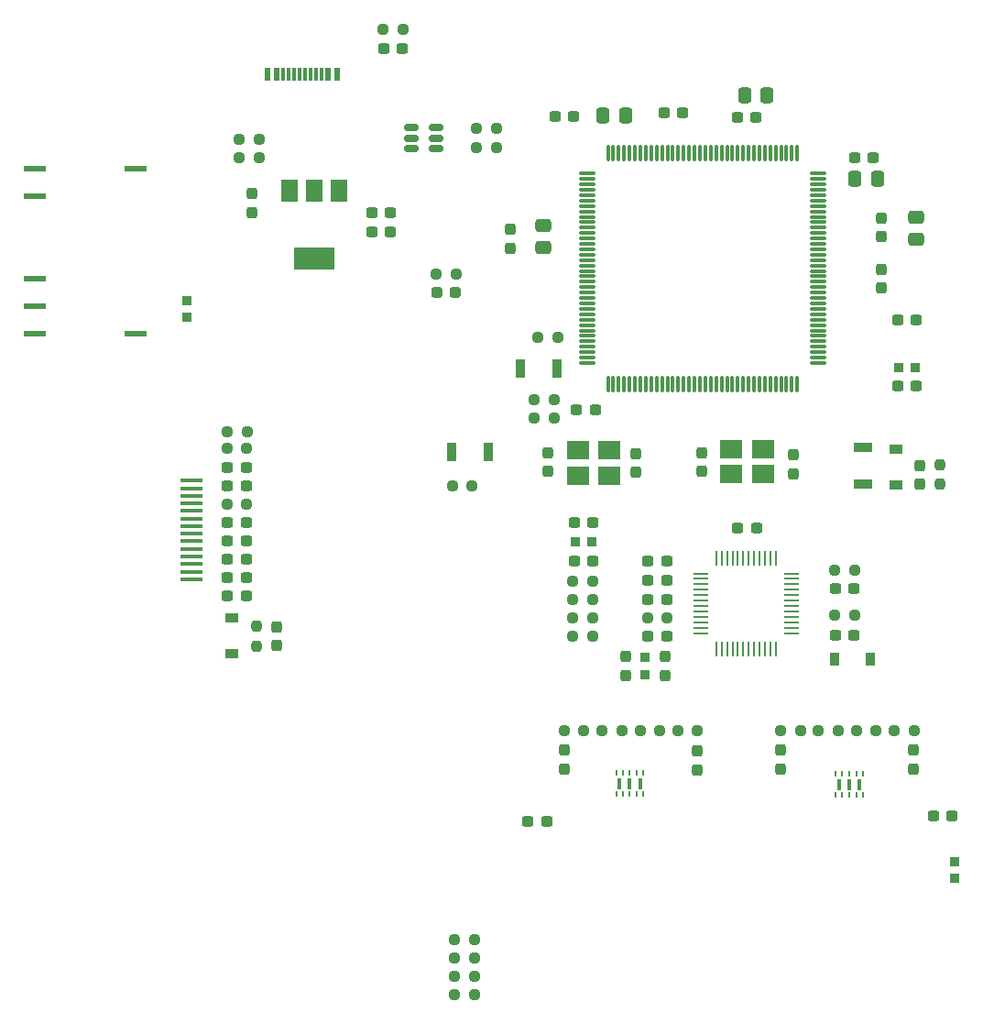
<source format=gbr>
%TF.GenerationSoftware,KiCad,Pcbnew,(6.0.11)*%
%TF.CreationDate,2023-05-21T23:05:42+09:00*%
%TF.ProjectId,STM32F4_Ethernet,53544d33-3246-4345-9f45-746865726e65,rev?*%
%TF.SameCoordinates,Original*%
%TF.FileFunction,Paste,Top*%
%TF.FilePolarity,Positive*%
%FSLAX46Y46*%
G04 Gerber Fmt 4.6, Leading zero omitted, Abs format (unit mm)*
G04 Created by KiCad (PCBNEW (6.0.11)) date 2023-05-21 23:05:42*
%MOMM*%
%LPD*%
G01*
G04 APERTURE LIST*
G04 Aperture macros list*
%AMRoundRect*
0 Rectangle with rounded corners*
0 $1 Rounding radius*
0 $2 $3 $4 $5 $6 $7 $8 $9 X,Y pos of 4 corners*
0 Add a 4 corners polygon primitive as box body*
4,1,4,$2,$3,$4,$5,$6,$7,$8,$9,$2,$3,0*
0 Add four circle primitives for the rounded corners*
1,1,$1+$1,$2,$3*
1,1,$1+$1,$4,$5*
1,1,$1+$1,$6,$7*
1,1,$1+$1,$8,$9*
0 Add four rect primitives between the rounded corners*
20,1,$1+$1,$2,$3,$4,$5,0*
20,1,$1+$1,$4,$5,$6,$7,0*
20,1,$1+$1,$6,$7,$8,$9,0*
20,1,$1+$1,$8,$9,$2,$3,0*%
G04 Aperture macros list end*
%ADD10RoundRect,0.237500X-0.250000X-0.237500X0.250000X-0.237500X0.250000X0.237500X-0.250000X0.237500X0*%
%ADD11RoundRect,0.250000X0.475000X-0.337500X0.475000X0.337500X-0.475000X0.337500X-0.475000X-0.337500X0*%
%ADD12RoundRect,0.237500X0.237500X-0.250000X0.237500X0.250000X-0.237500X0.250000X-0.237500X-0.250000X0*%
%ADD13RoundRect,0.237500X-0.237500X0.300000X-0.237500X-0.300000X0.237500X-0.300000X0.237500X0.300000X0*%
%ADD14RoundRect,0.237500X0.250000X0.237500X-0.250000X0.237500X-0.250000X-0.237500X0.250000X-0.237500X0*%
%ADD15RoundRect,0.150000X0.512500X0.150000X-0.512500X0.150000X-0.512500X-0.150000X0.512500X-0.150000X0*%
%ADD16RoundRect,0.237500X0.237500X-0.300000X0.237500X0.300000X-0.237500X0.300000X-0.237500X-0.300000X0*%
%ADD17RoundRect,0.237500X0.300000X0.237500X-0.300000X0.237500X-0.300000X-0.237500X0.300000X-0.237500X0*%
%ADD18R,1.200000X0.900000*%
%ADD19RoundRect,0.237500X-0.300000X-0.237500X0.300000X-0.237500X0.300000X0.237500X-0.300000X0.237500X0*%
%ADD20R,1.500000X2.000000*%
%ADD21R,3.800000X2.000000*%
%ADD22RoundRect,0.250000X-0.337500X-0.475000X0.337500X-0.475000X0.337500X0.475000X-0.337500X0.475000X0*%
%ADD23RoundRect,0.075000X0.075000X-0.662500X0.075000X0.662500X-0.075000X0.662500X-0.075000X-0.662500X0*%
%ADD24RoundRect,0.075000X0.662500X-0.075000X0.662500X0.075000X-0.662500X0.075000X-0.662500X-0.075000X0*%
%ADD25R,0.254000X1.422400*%
%ADD26R,1.422400X0.254000*%
%ADD27RoundRect,0.237500X-0.237500X0.250000X-0.237500X-0.250000X0.237500X-0.250000X0.237500X0.250000X0*%
%ADD28R,1.700000X0.900000*%
%ADD29R,0.970000X0.900000*%
%ADD30R,0.900000X1.700000*%
%ADD31R,0.900000X0.970000*%
%ADD32R,2.000000X0.350000*%
%ADD33R,2.159000X0.609600*%
%ADD34R,0.250000X0.580000*%
%ADD35R,0.400000X1.000000*%
%ADD36RoundRect,0.237500X0.287500X0.237500X-0.287500X0.237500X-0.287500X-0.237500X0.287500X-0.237500X0*%
%ADD37RoundRect,0.250000X0.337500X0.475000X-0.337500X0.475000X-0.337500X-0.475000X0.337500X-0.475000X0*%
%ADD38R,0.600000X1.160000*%
%ADD39R,0.300000X1.160000*%
%ADD40R,0.900000X1.200000*%
%ADD41RoundRect,0.250000X-0.475000X0.337500X-0.475000X-0.337500X0.475000X-0.337500X0.475000X0.337500X0*%
%ADD42R,2.100000X1.800000*%
G04 APERTURE END LIST*
D10*
%TO.C,R17*%
X127387500Y-127900000D03*
X129212500Y-127900000D03*
%TD*%
D11*
%TO.C,C20*%
X95000000Y-83337500D03*
X95000000Y-81262500D03*
%TD*%
D12*
%TO.C,R26*%
X68500000Y-120120000D03*
X68500000Y-118295000D03*
%TD*%
D13*
%TO.C,C53*%
X68000000Y-78337500D03*
X68000000Y-80062500D03*
%TD*%
D14*
%TO.C,R7*%
X88587500Y-148900000D03*
X86762500Y-148900000D03*
%TD*%
D15*
%TO.C,U4*%
X85037500Y-74150000D03*
X85037500Y-73200000D03*
X85037500Y-72250000D03*
X82762500Y-72250000D03*
X82762500Y-73200000D03*
X82762500Y-74150000D03*
%TD*%
D14*
%TO.C,R23*%
X99512500Y-119200000D03*
X97687500Y-119200000D03*
%TD*%
%TO.C,R29*%
X67575000Y-100295000D03*
X65750000Y-100295000D03*
%TD*%
D16*
%TO.C,C25*%
X129800000Y-105150000D03*
X129800000Y-103425000D03*
%TD*%
D17*
%TO.C,C41*%
X99562500Y-112300000D03*
X97837500Y-112300000D03*
%TD*%
D18*
%TO.C,D6*%
X66200000Y-120857500D03*
X66200000Y-117557500D03*
%TD*%
D19*
%TO.C,C13*%
X112900000Y-71300000D03*
X114625000Y-71300000D03*
%TD*%
D20*
%TO.C,U6*%
X76100000Y-78050000D03*
X73800000Y-78050000D03*
D21*
X73800000Y-84350000D03*
D20*
X71500000Y-78050000D03*
%TD*%
D10*
%TO.C,R13*%
X107400000Y-127900000D03*
X109225000Y-127900000D03*
%TD*%
D19*
%TO.C,C33*%
X121937500Y-119100000D03*
X123662500Y-119100000D03*
%TD*%
D22*
%TO.C,C21*%
X113550000Y-69300000D03*
X115625000Y-69300000D03*
%TD*%
D10*
%TO.C,R14*%
X103900000Y-127900000D03*
X105725000Y-127900000D03*
%TD*%
D14*
%TO.C,R24*%
X106412500Y-117479000D03*
X104587500Y-117479000D03*
%TD*%
D10*
%TO.C,R19*%
X120387500Y-127900000D03*
X122212500Y-127900000D03*
%TD*%
D23*
%TO.C,U2*%
X100940000Y-95892500D03*
X101440000Y-95892500D03*
X101940000Y-95892500D03*
X102440000Y-95892500D03*
X102940000Y-95892500D03*
X103440000Y-95892500D03*
X103940000Y-95892500D03*
X104440000Y-95892500D03*
X104940000Y-95892500D03*
X105440000Y-95892500D03*
X105940000Y-95892500D03*
X106440000Y-95892500D03*
X106940000Y-95892500D03*
X107440000Y-95892500D03*
X107940000Y-95892500D03*
X108440000Y-95892500D03*
X108940000Y-95892500D03*
X109440000Y-95892500D03*
X109940000Y-95892500D03*
X110440000Y-95892500D03*
X110940000Y-95892500D03*
X111440000Y-95892500D03*
X111940000Y-95892500D03*
X112440000Y-95892500D03*
X112940000Y-95892500D03*
X113440000Y-95892500D03*
X113940000Y-95892500D03*
X114440000Y-95892500D03*
X114940000Y-95892500D03*
X115440000Y-95892500D03*
X115940000Y-95892500D03*
X116440000Y-95892500D03*
X116940000Y-95892500D03*
X117440000Y-95892500D03*
X117940000Y-95892500D03*
X118440000Y-95892500D03*
D24*
X120352500Y-93980000D03*
X120352500Y-93480000D03*
X120352500Y-92980000D03*
X120352500Y-92480000D03*
X120352500Y-91980000D03*
X120352500Y-91480000D03*
X120352500Y-90980000D03*
X120352500Y-90480000D03*
X120352500Y-89980000D03*
X120352500Y-89480000D03*
X120352500Y-88980000D03*
X120352500Y-88480000D03*
X120352500Y-87980000D03*
X120352500Y-87480000D03*
X120352500Y-86980000D03*
X120352500Y-86480000D03*
X120352500Y-85980000D03*
X120352500Y-85480000D03*
X120352500Y-84980000D03*
X120352500Y-84480000D03*
X120352500Y-83980000D03*
X120352500Y-83480000D03*
X120352500Y-82980000D03*
X120352500Y-82480000D03*
X120352500Y-81980000D03*
X120352500Y-81480000D03*
X120352500Y-80980000D03*
X120352500Y-80480000D03*
X120352500Y-79980000D03*
X120352500Y-79480000D03*
X120352500Y-78980000D03*
X120352500Y-78480000D03*
X120352500Y-77980000D03*
X120352500Y-77480000D03*
X120352500Y-76980000D03*
X120352500Y-76480000D03*
D23*
X118440000Y-74567500D03*
X117940000Y-74567500D03*
X117440000Y-74567500D03*
X116940000Y-74567500D03*
X116440000Y-74567500D03*
X115940000Y-74567500D03*
X115440000Y-74567500D03*
X114940000Y-74567500D03*
X114440000Y-74567500D03*
X113940000Y-74567500D03*
X113440000Y-74567500D03*
X112940000Y-74567500D03*
X112440000Y-74567500D03*
X111940000Y-74567500D03*
X111440000Y-74567500D03*
X110940000Y-74567500D03*
X110440000Y-74567500D03*
X109940000Y-74567500D03*
X109440000Y-74567500D03*
X108940000Y-74567500D03*
X108440000Y-74567500D03*
X107940000Y-74567500D03*
X107440000Y-74567500D03*
X106940000Y-74567500D03*
X106440000Y-74567500D03*
X105940000Y-74567500D03*
X105440000Y-74567500D03*
X104940000Y-74567500D03*
X104440000Y-74567500D03*
X103940000Y-74567500D03*
X103440000Y-74567500D03*
X102940000Y-74567500D03*
X102440000Y-74567500D03*
X101940000Y-74567500D03*
X101440000Y-74567500D03*
X100940000Y-74567500D03*
D24*
X99027500Y-76480000D03*
X99027500Y-76980000D03*
X99027500Y-77480000D03*
X99027500Y-77980000D03*
X99027500Y-78480000D03*
X99027500Y-78980000D03*
X99027500Y-79480000D03*
X99027500Y-79980000D03*
X99027500Y-80480000D03*
X99027500Y-80980000D03*
X99027500Y-81480000D03*
X99027500Y-81980000D03*
X99027500Y-82480000D03*
X99027500Y-82980000D03*
X99027500Y-83480000D03*
X99027500Y-83980000D03*
X99027500Y-84480000D03*
X99027500Y-84980000D03*
X99027500Y-85480000D03*
X99027500Y-85980000D03*
X99027500Y-86480000D03*
X99027500Y-86980000D03*
X99027500Y-87480000D03*
X99027500Y-87980000D03*
X99027500Y-88480000D03*
X99027500Y-88980000D03*
X99027500Y-89480000D03*
X99027500Y-89980000D03*
X99027500Y-90480000D03*
X99027500Y-90980000D03*
X99027500Y-91480000D03*
X99027500Y-91980000D03*
X99027500Y-92480000D03*
X99027500Y-92980000D03*
X99027500Y-93480000D03*
X99027500Y-93980000D03*
%TD*%
D14*
%TO.C,R34*%
X90612500Y-74100000D03*
X88787500Y-74100000D03*
%TD*%
D13*
%TO.C,C3*%
X126200000Y-80600000D03*
X126200000Y-82325000D03*
%TD*%
D25*
%TO.C,U3*%
X110960300Y-120366000D03*
X111442900Y-120366000D03*
X111950900Y-120366000D03*
X112458900Y-120366000D03*
X112941500Y-120366000D03*
X113449500Y-120366000D03*
X113957500Y-120366000D03*
X114465500Y-120366000D03*
X114948100Y-120366000D03*
X115456100Y-120366000D03*
X115964100Y-120366000D03*
X116446700Y-120366000D03*
D26*
X117894500Y-118918200D03*
X117894500Y-118435600D03*
X117894500Y-117927600D03*
X117894500Y-117419600D03*
X117894500Y-116937000D03*
X117894500Y-116429000D03*
X117894500Y-115921000D03*
X117894500Y-115413000D03*
X117894500Y-114930400D03*
X117894500Y-114422400D03*
X117894500Y-113914400D03*
X117894500Y-113431800D03*
D25*
X116446700Y-111984000D03*
X115964100Y-111984000D03*
X115456100Y-111984000D03*
X114948100Y-111984000D03*
X114465500Y-111984000D03*
X113957500Y-111984000D03*
X113449500Y-111984000D03*
X112941500Y-111984000D03*
X112458900Y-111984000D03*
X111950900Y-111984000D03*
X111442900Y-111984000D03*
X110960300Y-111984000D03*
D26*
X109512500Y-113431800D03*
X109512500Y-113914400D03*
X109512500Y-114422400D03*
X109512500Y-114930400D03*
X109512500Y-115413000D03*
X109512500Y-115921000D03*
X109512500Y-116429000D03*
X109512500Y-116937000D03*
X109512500Y-117419600D03*
X109512500Y-117927600D03*
X109512500Y-118435600D03*
X109512500Y-118918200D03*
%TD*%
D16*
%TO.C,C16*%
X91900000Y-83362500D03*
X91900000Y-81637500D03*
%TD*%
D10*
%TO.C,R1*%
X86550000Y-105362500D03*
X88375000Y-105362500D03*
%TD*%
D19*
%TO.C,C18*%
X106100000Y-70900000D03*
X107825000Y-70900000D03*
%TD*%
D27*
%TO.C,R4*%
X131600000Y-103375000D03*
X131600000Y-105200000D03*
%TD*%
D28*
%TO.C,SW3*%
X124500000Y-105187500D03*
X124500000Y-101787500D03*
%TD*%
D10*
%TO.C,R16*%
X96900000Y-127900000D03*
X98725000Y-127900000D03*
%TD*%
D19*
%TO.C,C50*%
X65787500Y-103595000D03*
X67512500Y-103595000D03*
%TD*%
D17*
%TO.C,C52*%
X81962500Y-64900000D03*
X80237500Y-64900000D03*
%TD*%
D19*
%TO.C,C45*%
X65787500Y-108695000D03*
X67512500Y-108695000D03*
%TD*%
D29*
%TO.C,FB3*%
X104400000Y-122747500D03*
X104400000Y-121177500D03*
%TD*%
D14*
%TO.C,R10*%
X88587500Y-150600000D03*
X86762500Y-150600000D03*
%TD*%
D30*
%TO.C,SW2*%
X96275000Y-94450000D03*
X92875000Y-94450000D03*
%TD*%
D13*
%TO.C,C40*%
X106200000Y-121100000D03*
X106200000Y-122825000D03*
%TD*%
D10*
%TO.C,R5*%
X94125000Y-99050000D03*
X95950000Y-99050000D03*
%TD*%
D17*
%TO.C,C47*%
X67512500Y-110395000D03*
X65787500Y-110395000D03*
%TD*%
D13*
%TO.C,C30*%
X96900000Y-129737500D03*
X96900000Y-131462500D03*
%TD*%
D17*
%TO.C,C46*%
X67512500Y-112095000D03*
X65787500Y-112095000D03*
%TD*%
D31*
%TO.C,FB1*%
X127777500Y-94400000D03*
X129347500Y-94400000D03*
%TD*%
D29*
%TO.C,FB5*%
X62000000Y-88215000D03*
X62000000Y-89785000D03*
%TD*%
D10*
%TO.C,R25*%
X121887500Y-113079000D03*
X123712500Y-113079000D03*
%TD*%
D32*
%TO.C,J5*%
X62450000Y-113945000D03*
X62450000Y-113245000D03*
X62450000Y-112545000D03*
X62450000Y-111845000D03*
X62450000Y-111145000D03*
X62450000Y-110445000D03*
X62450000Y-109745000D03*
X62450000Y-109045000D03*
X62450000Y-108345000D03*
X62450000Y-107645000D03*
X62450000Y-106945000D03*
X62450000Y-106245000D03*
X62450000Y-105545000D03*
X62450000Y-104845000D03*
%TD*%
D16*
%TO.C,C4*%
X109572500Y-103970000D03*
X109572500Y-102245000D03*
%TD*%
D10*
%TO.C,R18*%
X123887500Y-127900000D03*
X125712500Y-127900000D03*
%TD*%
D17*
%TO.C,C42*%
X106362500Y-119200000D03*
X104637500Y-119200000D03*
%TD*%
%TO.C,C26*%
X129450000Y-90000000D03*
X127725000Y-90000000D03*
%TD*%
D19*
%TO.C,C55*%
X79137500Y-80100000D03*
X80862500Y-80100000D03*
%TD*%
D33*
%TO.C,U5*%
X48000000Y-76000000D03*
X48000000Y-78540000D03*
X48000000Y-86160000D03*
X48000000Y-88700000D03*
X48000000Y-91240000D03*
X57245600Y-91240000D03*
X57245600Y-76000000D03*
%TD*%
D19*
%TO.C,C48*%
X65787500Y-105295000D03*
X67512500Y-105295000D03*
%TD*%
%TO.C,C35*%
X97837500Y-108700000D03*
X99562500Y-108700000D03*
%TD*%
D22*
%TO.C,C22*%
X100500000Y-71100000D03*
X102575000Y-71100000D03*
%TD*%
D10*
%TO.C,R32*%
X66887500Y-73300000D03*
X68712500Y-73300000D03*
%TD*%
D34*
%TO.C,D4*%
X124500000Y-131920000D03*
X123900000Y-131920000D03*
X123250000Y-131920000D03*
X122600000Y-131920000D03*
X122000000Y-131920000D03*
X122000000Y-133900000D03*
X122600000Y-133900000D03*
X123250000Y-133900000D03*
X123900000Y-133900000D03*
X124500000Y-133900000D03*
D35*
X124200000Y-132910000D03*
X123250000Y-132910000D03*
X122300000Y-132910000D03*
%TD*%
D14*
%TO.C,R9*%
X88612500Y-152300000D03*
X86787500Y-152300000D03*
%TD*%
%TO.C,R28*%
X67562500Y-101895000D03*
X65737500Y-101895000D03*
%TD*%
D10*
%TO.C,R20*%
X116887500Y-127900000D03*
X118712500Y-127900000D03*
%TD*%
D29*
%TO.C,FB2*%
X133000000Y-141570000D03*
X133000000Y-140000000D03*
%TD*%
D13*
%TO.C,C32*%
X116900000Y-129737500D03*
X116900000Y-131462500D03*
%TD*%
D19*
%TO.C,C36*%
X121937500Y-114800000D03*
X123662500Y-114800000D03*
%TD*%
D10*
%TO.C,R15*%
X100400000Y-127900000D03*
X102225000Y-127900000D03*
%TD*%
D17*
%TO.C,C49*%
X67512500Y-113795000D03*
X65787500Y-113795000D03*
%TD*%
D19*
%TO.C,C24*%
X127700000Y-96100000D03*
X129425000Y-96100000D03*
%TD*%
D14*
%TO.C,R31*%
X68712500Y-75000000D03*
X66887500Y-75000000D03*
%TD*%
D36*
%TO.C,D1*%
X86850000Y-87500000D03*
X85100000Y-87500000D03*
%TD*%
D17*
%TO.C,C27*%
X132762500Y-135800000D03*
X131037500Y-135800000D03*
%TD*%
D14*
%TO.C,R30*%
X82012500Y-63200000D03*
X80187500Y-63200000D03*
%TD*%
D10*
%TO.C,R11*%
X97687500Y-115800000D03*
X99512500Y-115800000D03*
%TD*%
D16*
%TO.C,C6*%
X95348750Y-103983750D03*
X95348750Y-102258750D03*
%TD*%
D13*
%TO.C,C7*%
X103548750Y-102358750D03*
X103548750Y-104083750D03*
%TD*%
D31*
%TO.C,FB4*%
X97915000Y-110500000D03*
X99485000Y-110500000D03*
%TD*%
D17*
%TO.C,C38*%
X106362500Y-112300000D03*
X104637500Y-112300000D03*
%TD*%
D13*
%TO.C,C2*%
X126200000Y-85337500D03*
X126200000Y-87062500D03*
%TD*%
D17*
%TO.C,C51*%
X67512500Y-115495000D03*
X65787500Y-115495000D03*
%TD*%
D14*
%TO.C,R6*%
X95950000Y-97350000D03*
X94125000Y-97350000D03*
%TD*%
D19*
%TO.C,C14*%
X123737500Y-75000000D03*
X125462500Y-75000000D03*
%TD*%
D16*
%TO.C,C34*%
X102600000Y-122825000D03*
X102600000Y-121100000D03*
%TD*%
D37*
%TO.C,C23*%
X125837500Y-76960000D03*
X123762500Y-76960000D03*
%TD*%
D19*
%TO.C,C17*%
X98050000Y-98300000D03*
X99775000Y-98300000D03*
%TD*%
D13*
%TO.C,C31*%
X129200000Y-129737500D03*
X129200000Y-131462500D03*
%TD*%
D34*
%TO.C,D3*%
X104200000Y-131820000D03*
X103600000Y-131820000D03*
X102950000Y-131820000D03*
X102300000Y-131820000D03*
X101700000Y-131820000D03*
X101700000Y-133800000D03*
X102300000Y-133800000D03*
X102950000Y-133800000D03*
X103600000Y-133800000D03*
X104200000Y-133800000D03*
D35*
X103900000Y-132810000D03*
X102950000Y-132810000D03*
X102000000Y-132810000D03*
%TD*%
D14*
%TO.C,R27*%
X67562500Y-106995000D03*
X65737500Y-106995000D03*
%TD*%
%TO.C,R33*%
X90612500Y-72300000D03*
X88787500Y-72300000D03*
%TD*%
%TO.C,R21*%
X123712500Y-117300000D03*
X121887500Y-117300000D03*
%TD*%
%TO.C,R2*%
X86912500Y-85800000D03*
X85087500Y-85800000D03*
%TD*%
D19*
%TO.C,C28*%
X93537500Y-136300000D03*
X95262500Y-136300000D03*
%TD*%
%TO.C,C54*%
X79137500Y-81900000D03*
X80862500Y-81900000D03*
%TD*%
D38*
%TO.C,J7*%
X75900000Y-67310000D03*
X75100000Y-67310000D03*
D39*
X73950000Y-67310000D03*
X72950000Y-67310000D03*
X72450000Y-67310000D03*
X71450000Y-67310000D03*
D38*
X70300000Y-67310000D03*
X69500000Y-67310000D03*
X69500000Y-67310000D03*
X70300000Y-67310000D03*
D39*
X70950000Y-67310000D03*
X71950000Y-67310000D03*
X73450000Y-67310000D03*
X74450000Y-67310000D03*
D38*
X75100000Y-67310000D03*
X75900000Y-67310000D03*
%TD*%
D13*
%TO.C,C5*%
X118072500Y-102462500D03*
X118072500Y-104187500D03*
%TD*%
D40*
%TO.C,D5*%
X125150000Y-121300000D03*
X121850000Y-121300000D03*
%TD*%
D41*
%TO.C,C19*%
X129450000Y-80512500D03*
X129450000Y-82587500D03*
%TD*%
D42*
%TO.C,Y2*%
X98168750Y-104361250D03*
X101068750Y-104361250D03*
X101068750Y-102061250D03*
X98168750Y-102061250D03*
%TD*%
D19*
%TO.C,C10*%
X96037500Y-71200000D03*
X97762500Y-71200000D03*
%TD*%
D17*
%TO.C,C43*%
X106362500Y-115800000D03*
X104637500Y-115800000D03*
%TD*%
D10*
%TO.C,R12*%
X97687500Y-117500000D03*
X99512500Y-117500000D03*
%TD*%
%TO.C,R22*%
X97687500Y-114100000D03*
X99512500Y-114100000D03*
%TD*%
D42*
%TO.C,Y1*%
X112352500Y-104257500D03*
X115252500Y-104257500D03*
X115252500Y-101957500D03*
X112352500Y-101957500D03*
%TD*%
D13*
%TO.C,C29*%
X109200000Y-129837500D03*
X109200000Y-131562500D03*
%TD*%
D18*
%TO.C,D2*%
X127600000Y-101937500D03*
X127600000Y-105237500D03*
%TD*%
D30*
%TO.C,SW1*%
X86492500Y-102192500D03*
X89892500Y-102192500D03*
%TD*%
D13*
%TO.C,C44*%
X70300000Y-118345000D03*
X70300000Y-120070000D03*
%TD*%
D19*
%TO.C,C37*%
X112950000Y-109180000D03*
X114675000Y-109180000D03*
%TD*%
D14*
%TO.C,R8*%
X88600000Y-147200000D03*
X86775000Y-147200000D03*
%TD*%
D17*
%TO.C,C39*%
X106362500Y-114050000D03*
X104637500Y-114050000D03*
%TD*%
D14*
%TO.C,R3*%
X96287500Y-91650000D03*
X94462500Y-91650000D03*
%TD*%
M02*

</source>
